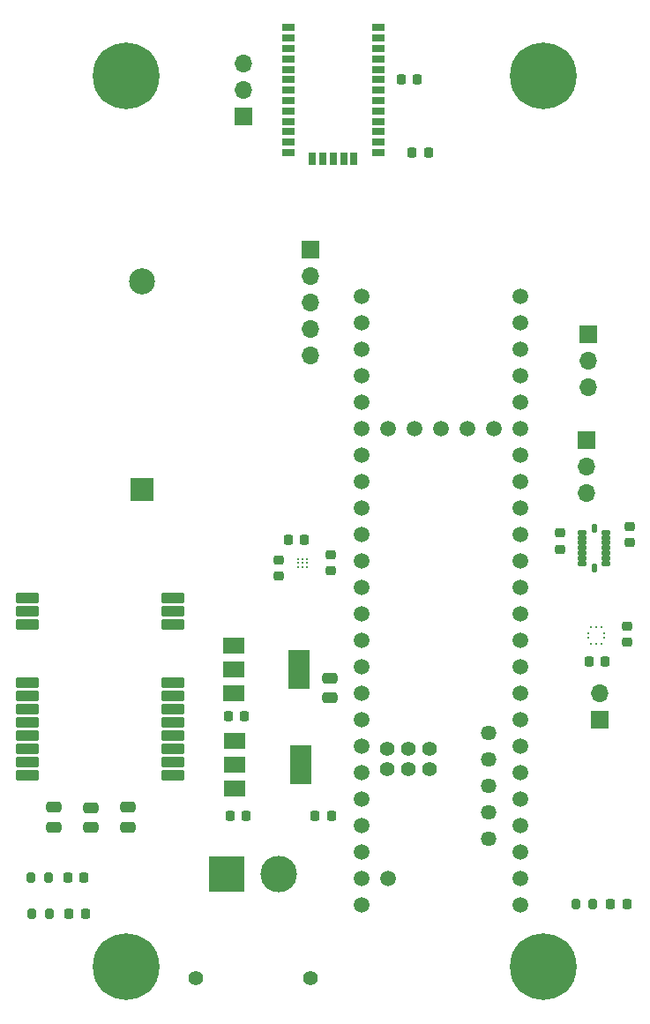
<source format=gbr>
%TF.GenerationSoftware,KiCad,Pcbnew,7.0.10*%
%TF.CreationDate,2024-05-30T01:56:09-07:00*%
%TF.ProjectId,APRL,4150524c-2e6b-4696-9361-645f70636258,rev?*%
%TF.SameCoordinates,Original*%
%TF.FileFunction,Soldermask,Top*%
%TF.FilePolarity,Negative*%
%FSLAX46Y46*%
G04 Gerber Fmt 4.6, Leading zero omitted, Abs format (unit mm)*
G04 Created by KiCad (PCBNEW 7.0.10) date 2024-05-30 01:56:09*
%MOMM*%
%LPD*%
G01*
G04 APERTURE LIST*
G04 Aperture macros list*
%AMRoundRect*
0 Rectangle with rounded corners*
0 $1 Rounding radius*
0 $2 $3 $4 $5 $6 $7 $8 $9 X,Y pos of 4 corners*
0 Add a 4 corners polygon primitive as box body*
4,1,4,$2,$3,$4,$5,$6,$7,$8,$9,$2,$3,0*
0 Add four circle primitives for the rounded corners*
1,1,$1+$1,$2,$3*
1,1,$1+$1,$4,$5*
1,1,$1+$1,$6,$7*
1,1,$1+$1,$8,$9*
0 Add four rect primitives between the rounded corners*
20,1,$1+$1,$2,$3,$4,$5,0*
20,1,$1+$1,$4,$5,$6,$7,0*
20,1,$1+$1,$6,$7,$8,$9,0*
20,1,$1+$1,$8,$9,$2,$3,0*%
G04 Aperture macros list end*
%ADD10RoundRect,0.225000X-0.250000X0.225000X-0.250000X-0.225000X0.250000X-0.225000X0.250000X0.225000X0*%
%ADD11RoundRect,0.250000X-0.475000X0.250000X-0.475000X-0.250000X0.475000X-0.250000X0.475000X0.250000X0*%
%ADD12C,1.400000*%
%ADD13R,3.500000X3.500000*%
%ADD14C,3.500000*%
%ADD15R,2.000000X1.500000*%
%ADD16R,2.000000X3.800000*%
%ADD17C,0.800000*%
%ADD18C,6.400000*%
%ADD19R,1.700000X1.700000*%
%ADD20O,1.700000X1.700000*%
%ADD21RoundRect,0.225000X0.250000X-0.225000X0.250000X0.225000X-0.250000X0.225000X-0.250000X-0.225000X0*%
%ADD22RoundRect,0.200000X-0.200000X-0.275000X0.200000X-0.275000X0.200000X0.275000X-0.200000X0.275000X0*%
%ADD23RoundRect,0.218750X-0.218750X-0.256250X0.218750X-0.256250X0.218750X0.256250X-0.218750X0.256250X0*%
%ADD24C,0.228600*%
%ADD25R,0.279400X0.254000*%
%ADD26R,0.254000X0.254000*%
%ADD27RoundRect,0.102000X1.000000X0.400000X-1.000000X0.400000X-1.000000X-0.400000X1.000000X-0.400000X0*%
%ADD28RoundRect,0.225000X-0.225000X-0.250000X0.225000X-0.250000X0.225000X0.250000X-0.225000X0.250000X0*%
%ADD29RoundRect,0.225000X0.225000X0.250000X-0.225000X0.250000X-0.225000X-0.250000X0.225000X-0.250000X0*%
%ADD30R,1.143000X0.711200*%
%ADD31R,0.711200X1.143000*%
%ADD32RoundRect,0.102000X0.295000X0.175000X-0.295000X0.175000X-0.295000X-0.175000X0.295000X-0.175000X0*%
%ADD33RoundRect,0.102000X0.175000X-0.295000X0.175000X0.295000X-0.175000X0.295000X-0.175000X-0.295000X0*%
%ADD34RoundRect,0.102000X-0.295000X-0.175000X0.295000X-0.175000X0.295000X0.175000X-0.295000X0.175000X0*%
%ADD35RoundRect,0.102000X-0.175000X0.295000X-0.175000X-0.295000X0.175000X-0.295000X0.175000X0.295000X0*%
%ADD36RoundRect,0.200000X0.200000X0.275000X-0.200000X0.275000X-0.200000X-0.275000X0.200000X-0.275000X0*%
%ADD37R,2.170000X2.170000*%
%ADD38C,2.500000*%
%ADD39C,1.512000*%
%ADD40C,1.462000*%
%ADD41C,1.412000*%
G04 APERTURE END LIST*
D10*
%TO.C,C14*%
X141450000Y-100975000D03*
X141450000Y-102525000D03*
%TD*%
D11*
%TO.C,C4*%
X119850000Y-124750000D03*
X119850000Y-126650000D03*
%TD*%
D12*
%TO.C,BT1*%
X144500000Y-141175000D03*
X133500000Y-141175000D03*
D13*
X136500000Y-131175000D03*
D14*
X141500000Y-131175000D03*
%TD*%
D10*
%TO.C,C13*%
X146500000Y-100475000D03*
X146500000Y-102025000D03*
%TD*%
D11*
%TO.C,C3*%
X123450000Y-124800000D03*
X123450000Y-126700000D03*
%TD*%
D15*
%TO.C,5V*%
X137250000Y-118350000D03*
X137250000Y-120650000D03*
D16*
X143550000Y-120650000D03*
D15*
X137250000Y-122950000D03*
%TD*%
D17*
%TO.C,REF\u002A\u002A*%
X124450000Y-54500000D03*
X125152944Y-52802944D03*
X125152944Y-56197056D03*
X126850000Y-52100000D03*
D18*
X126850000Y-54500000D03*
D17*
X126850000Y-56900000D03*
X128547056Y-52802944D03*
X128547056Y-56197056D03*
X129250000Y-54500000D03*
%TD*%
D19*
%TO.C,J1*%
X138100000Y-58450000D03*
D20*
X138100000Y-55910000D03*
X138100000Y-53370000D03*
%TD*%
D21*
%TO.C,C6*%
X174900000Y-108875000D03*
X174900000Y-107325000D03*
%TD*%
D22*
%TO.C,R3*%
X169975000Y-134050000D03*
X171625000Y-134050000D03*
%TD*%
%TO.C,R2*%
X117700000Y-131450000D03*
X119350000Y-131450000D03*
%TD*%
D21*
%TO.C,C2*%
X168450000Y-99975000D03*
X168450000Y-98425000D03*
%TD*%
D19*
%TO.C,SPI*%
X171150000Y-79300000D03*
D20*
X171150000Y-81840000D03*
X171150000Y-84380000D03*
%TD*%
D23*
%TO.C,Status*%
X173300000Y-134050000D03*
X174875000Y-134050000D03*
%TD*%
D17*
%TO.C,REF\u002A\u002A*%
X124450000Y-140000000D03*
X125152944Y-138302944D03*
X125152944Y-141697056D03*
X126850000Y-137600000D03*
D18*
X126850000Y-140000000D03*
D17*
X126850000Y-142400000D03*
X128547056Y-138302944D03*
X128547056Y-141697056D03*
X129250000Y-140000000D03*
%TD*%
D24*
%TO.C,Mag*%
X144150000Y-101700000D03*
X143749950Y-101700000D03*
X143349900Y-101700000D03*
X144150000Y-101299950D03*
X143749950Y-101299950D03*
X143349900Y-101299950D03*
X144150000Y-100899900D03*
X143749950Y-100899900D03*
X143349900Y-100899900D03*
%TD*%
D25*
%TO.C,Baro*%
X172710301Y-108500000D03*
X172710301Y-108000000D03*
D26*
X172449999Y-107476999D03*
X171950000Y-107476999D03*
X171450001Y-107476999D03*
D25*
X171189699Y-108000000D03*
X171189699Y-108500000D03*
D26*
X171450001Y-109023001D03*
X171950000Y-109023001D03*
X172449999Y-109023001D03*
%TD*%
D17*
%TO.C,REF\u002A\u002A*%
X164450000Y-54500000D03*
X165152944Y-52802944D03*
X165152944Y-56197056D03*
X166850000Y-52100000D03*
D18*
X166850000Y-54500000D03*
D17*
X166850000Y-56900000D03*
X168547056Y-52802944D03*
X168547056Y-56197056D03*
X169250000Y-54500000D03*
%TD*%
D15*
%TO.C,3.3V*%
X137150000Y-109200000D03*
X137150000Y-111500000D03*
D16*
X143450000Y-111500000D03*
D15*
X137150000Y-113800000D03*
%TD*%
D27*
%TO.C,Lora*%
X117300000Y-104650000D03*
X117300000Y-105920000D03*
X117300000Y-107190000D03*
X117300000Y-112760000D03*
X117300000Y-114030000D03*
X117300000Y-115300000D03*
X117300000Y-116570000D03*
X117300000Y-117840000D03*
X117300000Y-119110000D03*
X117300000Y-120380000D03*
X117300000Y-121650000D03*
X131300000Y-121650000D03*
X131300000Y-120380000D03*
X131300000Y-119110000D03*
X131300000Y-117840000D03*
X131300000Y-116570000D03*
X131300000Y-115300000D03*
X131300000Y-114030000D03*
X131300000Y-112760000D03*
X131300000Y-107190000D03*
X131300000Y-105920000D03*
X131300000Y-104650000D03*
%TD*%
D11*
%TO.C,C1*%
X126950000Y-124750000D03*
X126950000Y-126650000D03*
%TD*%
D28*
%TO.C,C16*%
X153200000Y-54900000D03*
X154750000Y-54900000D03*
%TD*%
D17*
%TO.C,REF\u002A\u002A*%
X164450000Y-140000000D03*
X165152944Y-138302944D03*
X165152944Y-141697056D03*
X166850000Y-137600000D03*
D18*
X166850000Y-140000000D03*
D17*
X166850000Y-142400000D03*
X168547056Y-138302944D03*
X168547056Y-141697056D03*
X169250000Y-140000000D03*
%TD*%
D29*
%TO.C,C12*%
X143950000Y-99050000D03*
X142400000Y-99050000D03*
%TD*%
D30*
%TO.C,GPS1*%
X151025000Y-61900001D03*
X151025000Y-60900000D03*
X151025000Y-59900000D03*
X151025000Y-58899999D03*
X151025000Y-57900001D03*
X151025000Y-56900001D03*
X151025000Y-55900000D03*
X151025000Y-54899999D03*
X151025000Y-53899999D03*
X151025000Y-52900001D03*
X151025000Y-51900000D03*
X151025000Y-50900000D03*
X151025000Y-49899999D03*
X142375000Y-49899999D03*
X142375000Y-50900000D03*
X142375000Y-51900000D03*
X142375000Y-52900001D03*
X142375000Y-53899999D03*
X142375000Y-54899999D03*
X142375000Y-55900000D03*
X142375000Y-56900001D03*
X142375000Y-57900001D03*
X142375000Y-58899999D03*
X142375000Y-59900000D03*
X142375000Y-60900000D03*
X142375000Y-61900001D03*
D31*
X144699999Y-62500002D03*
X145699999Y-62500002D03*
X146700000Y-62500002D03*
X147700001Y-62500002D03*
X148700001Y-62500002D03*
%TD*%
D10*
%TO.C,C5*%
X175200000Y-97775000D03*
X175200000Y-99325000D03*
%TD*%
D19*
%TO.C,I/O*%
X144500000Y-71200000D03*
D20*
X144500000Y-73740000D03*
X144500000Y-76280000D03*
X144500000Y-78820000D03*
X144500000Y-81360000D03*
%TD*%
D11*
%TO.C,C11*%
X146400000Y-112350000D03*
X146400000Y-114250000D03*
%TD*%
D28*
%TO.C,C15*%
X154275000Y-61900000D03*
X155825000Y-61900000D03*
%TD*%
D23*
%TO.C,3.3V*%
X121187500Y-131500000D03*
X122762500Y-131500000D03*
%TD*%
D32*
%TO.C,IMU*%
X172902500Y-98350000D03*
X172902500Y-98850000D03*
X172902500Y-99350000D03*
X172902500Y-99850000D03*
X172902500Y-100350000D03*
X172902500Y-100850000D03*
X172902500Y-101350000D03*
D33*
X171737500Y-101765000D03*
D34*
X170572500Y-101350000D03*
X170572500Y-100850000D03*
X170572500Y-100350000D03*
X170572500Y-99850000D03*
X170572500Y-99350000D03*
X170572500Y-98850000D03*
X170572500Y-98350000D03*
D35*
X171737500Y-97935000D03*
%TD*%
D28*
%TO.C,C8*%
X136775000Y-125550000D03*
X138325000Y-125550000D03*
%TD*%
D23*
%TO.C,5V*%
X121312500Y-135000000D03*
X122887500Y-135000000D03*
%TD*%
D29*
%TO.C,C9*%
X146525000Y-125550000D03*
X144975000Y-125550000D03*
%TD*%
D28*
%TO.C,C10*%
X136600000Y-116000000D03*
X138150000Y-116000000D03*
%TD*%
D36*
%TO.C,R1*%
X119450000Y-135000000D03*
X117800000Y-135000000D03*
%TD*%
D37*
%TO.C,BAT1*%
X128350000Y-94225700D03*
D38*
X128350000Y-74225700D03*
%TD*%
D29*
%TO.C,C7*%
X172800000Y-110750000D03*
X171250000Y-110750000D03*
%TD*%
D19*
%TO.C,SPI1*%
X171050000Y-89525000D03*
D20*
X171050000Y-92065000D03*
X171050000Y-94605000D03*
%TD*%
D39*
%TO.C,MCU1*%
X164700000Y-131530000D03*
X164700000Y-128990000D03*
X164700000Y-126450000D03*
X164700000Y-123910000D03*
X164700000Y-98510000D03*
X149460000Y-128990000D03*
X159620000Y-88350000D03*
X164700000Y-121370000D03*
X164700000Y-118830000D03*
D40*
X161650000Y-127720000D03*
D39*
X164700000Y-116290000D03*
X164700000Y-113750000D03*
X164700000Y-111210000D03*
X164700000Y-108670000D03*
X164700000Y-106130000D03*
X164700000Y-103590000D03*
X164700000Y-101050000D03*
X149460000Y-101050000D03*
X149460000Y-103590000D03*
X149460000Y-106130000D03*
X149460000Y-108670000D03*
X149460000Y-111210000D03*
X149460000Y-113750000D03*
X149460000Y-116290000D03*
X149460000Y-118830000D03*
X149460000Y-121370000D03*
X149460000Y-123910000D03*
X149460000Y-126450000D03*
X164700000Y-95970000D03*
X164700000Y-93430000D03*
X164700000Y-90890000D03*
X164700000Y-88350000D03*
X164700000Y-85810000D03*
X164700000Y-83270000D03*
X164700000Y-80730000D03*
X164700000Y-78190000D03*
X164700000Y-75650000D03*
X149460000Y-75650000D03*
X149460000Y-78190000D03*
X149460000Y-80730000D03*
X149460000Y-83270000D03*
X149460000Y-85810000D03*
X149460000Y-88350000D03*
X149460000Y-90890000D03*
X149460000Y-93430000D03*
X149460000Y-95970000D03*
D40*
X161650000Y-122640000D03*
X161650000Y-125180000D03*
D39*
X164700000Y-134070000D03*
X149460000Y-98510000D03*
X149460000Y-131530000D03*
X157080000Y-88350000D03*
D41*
X153910000Y-119100000D03*
X153910000Y-121100000D03*
D39*
X152000000Y-88350000D03*
X154540000Y-88350000D03*
D41*
X151910000Y-121100000D03*
X151910000Y-119100000D03*
X155910000Y-119100000D03*
X155910000Y-121100000D03*
D40*
X161650000Y-120100000D03*
X161650000Y-117560000D03*
D39*
X162160000Y-88350000D03*
X149460000Y-134070000D03*
X152000000Y-131530000D03*
%TD*%
D19*
%TO.C,I2C*%
X172250000Y-116350000D03*
D20*
X172250000Y-113810000D03*
%TD*%
M02*

</source>
